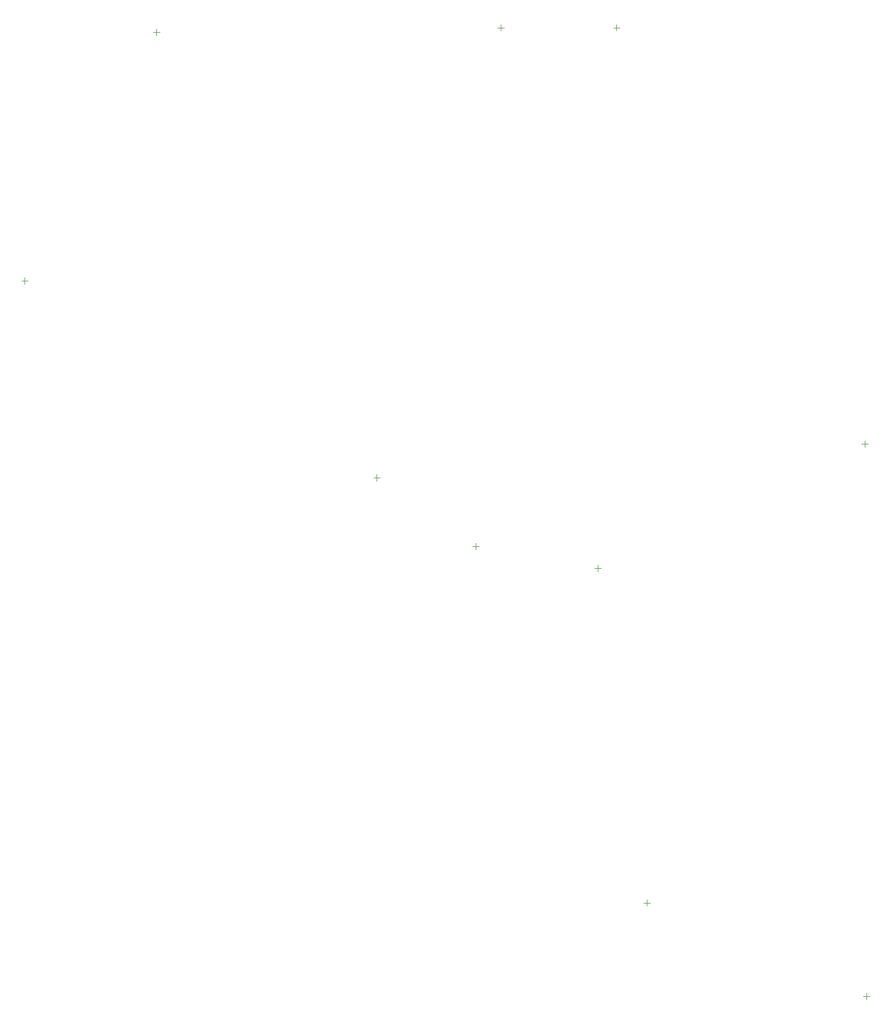
<source format=gbr>
%TF.GenerationSoftware,Altium Limited,Altium Designer,21.6.4 (81)*%
G04 Layer_Color=16711935*
%FSLAX43Y43*%
%MOMM*%
%TF.SameCoordinates,76D5CAF9-2094-4FD7-9A7B-915B2AFADFAF*%
%TF.FilePolarity,Positive*%
%TF.FileFunction,Other,Top_Component_Center*%
%TF.Part,Single*%
G01*
G75*
%TA.AperFunction,NonConductor*%
%ADD126C,0.100*%
%ADD132C,0.050*%
D126*
X227670Y36610D02*
Y37610D01*
X227170Y37110D02*
X228170D01*
X219600Y89075D02*
X220600D01*
X220100Y88575D02*
Y89575D01*
X185250Y103125D02*
X186250D01*
X185750Y102625D02*
Y103625D01*
X200625Y92475D02*
X201625D01*
X201125Y91975D02*
Y92975D01*
X130550Y133700D02*
X131550D01*
X131050Y133200D02*
Y134200D01*
D132*
X261320Y22590D02*
X262320D01*
X261820Y22090D02*
Y23090D01*
X261575Y107875D02*
Y108875D01*
X261075Y108375D02*
X262075D01*
X204500Y173000D02*
X205500D01*
X205000Y172500D02*
Y173500D01*
X151500Y171800D02*
Y172800D01*
X151000Y172300D02*
X152000D01*
X222500Y173000D02*
X223500D01*
X223000Y172500D02*
Y173500D01*
%TF.MD5,2d89b6c0568b2eee78acfeaa02388e8e*%
M02*

</source>
